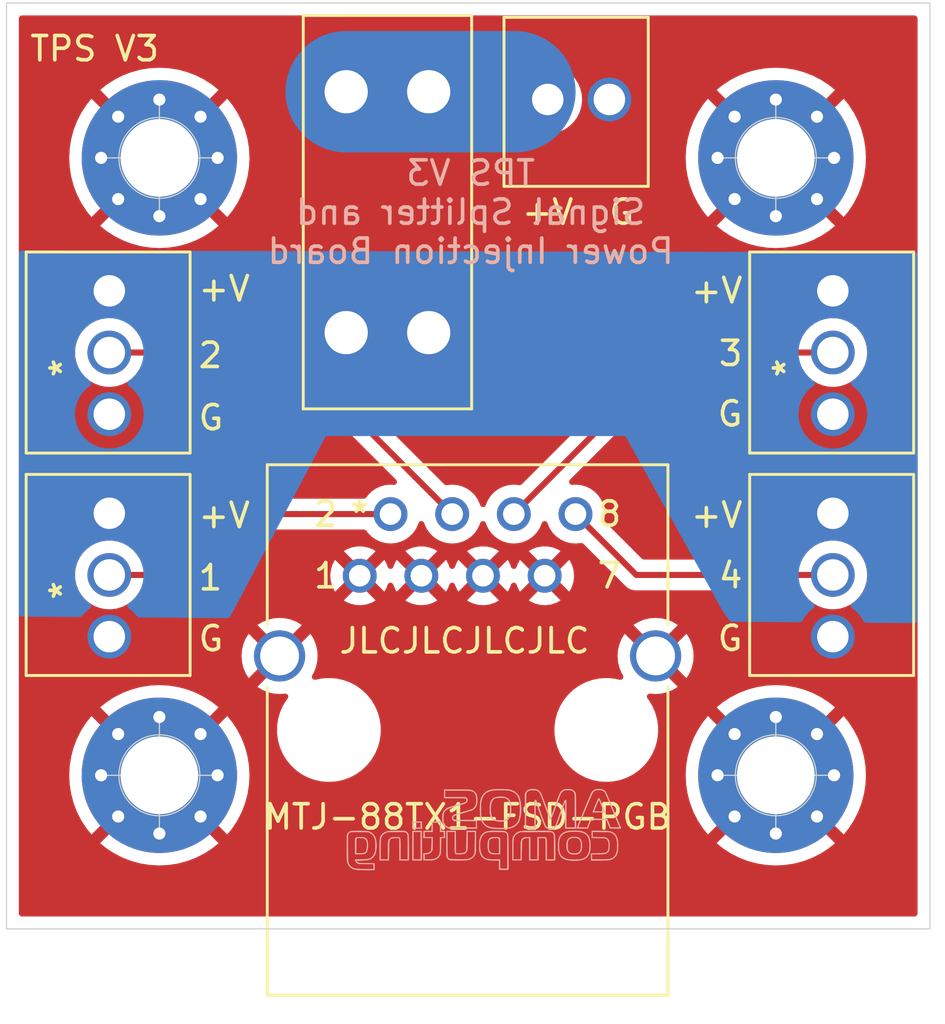
<source format=kicad_pcb>
(kicad_pcb (version 20211014) (generator pcbnew)
  (title_block (title "TPP SSPI V3") (date "2022-01-15") (rev "3") (company "AMOS COMPUTING"))
  (layers (0 "F.Cu" mixed) (31 "B.Cu" power) (34 "B.Paste" user) (35 "F.Paste" user) (36 "B.SilkS" user "B.Silkscreen") (37 "F.SilkS" user "F.Silkscreen") (38 "B.Mask" user) (39 "F.Mask" user) (44 "Edge.Cuts" user))
  (net 0 "")
  (net 1 "+VDC")
  (net 2 "LINE2")
  (net 3 "GND")
  (net 4 "LINE1")
  (net 5 "LINE4")
  (net 6 "LINE3")
  (net 7 "Net-(J1-Pad2)")
  (footprint "TerminalBlock:TerminalBlock_OST_03A150-3_P2.54mm" (layer "F.Cu") (at 48.686597 56.732924 90)
    (fp_text reference "J2" hide)
    (fp_text value "Conn_01x03_Female" hide)
    (fp_text user "*" (at 1.905 -1.905 90) (layer "F.SilkS"))
    (pad "1" thru_hole circle (at 0 0 90) (size 1.8034 1.8034) (drill 1.2954) (layers *.Cu *.Mask) (net 3 "GND"))
    (pad "2" thru_hole circle (at 2.54 0 90) (size 1.8034 1.8034) (drill 1.2954) (layers *.Cu *.Mask) (net 2 "LINE2"))
    (pad "3" thru_hole circle (at 5.08 0 90) (size 1.8034 1.8034) (drill 1.2954) (layers *.Cu *.Mask) (net 1 "+VDC"))
  )
  (footprint "TerminalBlock:TerminalBlock_OST_03A150-3_P2.54mm" (layer "F.Cu") (at 78.49908 56.732924 90)
    (fp_text reference "J5" hide)
    (fp_text value "Conn_01x03_Female" hide)
    (fp_text user "*" (at 1.905 -1.905 90) (layer "F.SilkS"))
    (pad "1" thru_hole circle (at 0 0 90) (size 1.8034 1.8034) (drill 1.2954) (layers *.Cu *.Mask) (net 3 "GND"))
    (pad "2" thru_hole circle (at 2.54 0 90) (size 1.8034 1.8034) (drill 1.2954) (layers *.Cu *.Mask) (net 6 "LINE3"))
    (pad "3" thru_hole circle (at 5.08 0 90) (size 1.8034 1.8034) (drill 1.2954) (layers *.Cu *.Mask) (net 1 "+VDC"))
  )
  (footprint "Connector_RJ:RJ45_AdamTech_MTJ-88TX1-FSD-PGB" (layer "F.Cu") (at 59.0042 60.8459)
    (fp_text reference "J6")
    (fp_text value "MTJ-88TX1-FSD-PGB" (at 4.445 12.4714) (layer "F.SilkS"))
    (fp_text user "2" (at -1.397 0) (layer "F.SilkS"))
    (fp_text user "7" (at 10.287 2.54) (layer "F.SilkS"))
    (fp_text user "8" (at 10.287 0) (layer "F.SilkS"))
    (fp_text user "1" (at -1.397 2.54) (layer "F.SilkS"))
    (fp_text user "*" (at 0 0) (layer "F.SilkS"))
    (pad "" np_thru_hole circle (at -1.27 8.89) (size 3.2512 3.2512) (drill 3.2512) (layers *.Cu *.Mask))
    (pad "" np_thru_hole circle (at 10.16 8.89) (size 3.2512 3.2512) (drill 3.2512) (layers *.Cu *.Mask))
    (pad "1" thru_hole circle (at 0 2.54) (size 1.397 1.397) (drill 0.889) (layers *.Cu *.Mask) (net 3 "GND"))
    (pad "2" thru_hole circle (at 1.27 0) (size 1.397 1.397) (drill 0.889) (layers *.Cu *.Mask) (net 4 "LINE1"))
    (pad "3" thru_hole circle (at 2.54 2.54) (size 1.397 1.397) (drill 0.889) (layers *.Cu *.Mask) (net 3 "GND"))
    (pad "4" thru_hole circle (at 3.81 0) (size 1.397 1.397) (drill 0.889) (layers *.Cu *.Mask) (net 2 "LINE2"))
    (pad "5" thru_hole circle (at 5.08 2.54) (size 1.397 1.397) (drill 0.889) (layers *.Cu *.Mask) (net 3 "GND"))
    (pad "6" thru_hole circle (at 6.35 0) (size 1.397 1.397) (drill 0.889) (layers *.Cu *.Mask) (net 6 "LINE3"))
    (pad "7" thru_hole circle (at 7.62 2.54) (size 1.397 1.397) (drill 0.889) (layers *.Cu *.Mask) (net 3 "GND"))
    (pad "8" thru_hole circle (at 8.89 0) (size 1.397 1.397) (drill 0.889) (layers *.Cu *.Mask) (net 5 "LINE4"))
    (pad "12" thru_hole circle (at 12.192 5.842) (size 2.1082 2.1082) (drill 1.6002) (layers *.Cu *.Mask) (net 3 "GND"))
    (pad "13" thru_hole circle (at -3.302 5.842) (size 2.1082 2.1082) (drill 1.6002) (layers *.Cu *.Mask) (net 3 "GND"))
  )
  (footprint "MountingHole:MountingHole_3.2mm_M3_Pad_Via" (layer "F.Cu") (at 50.7492 46.1772)
    (fp_text reference "H1")
    (fp_text value "MountingHole_3.2mm" hide)
    (pad "1" thru_hole circle locked (at 0 0) (size 6.4 6.4) (drill 3.2) (layers *.Cu *.Mask) (net 3 "GND"))
    (pad "1" thru_hole circle locked (at 2.4 0) (size 0.8 0.8) (drill 0.5) (layers *.Cu *.Mask) (net 3 "GND"))
    (pad "1" thru_hole circle locked (at 0 -2.4) (size 0.8 0.8) (drill 0.5) (layers *.Cu *.Mask) (net 3 "GND"))
    (pad "1" thru_hole circle locked (at 1.697056 -1.697056) (size 0.8 0.8) (drill 0.5) (layers *.Cu *.Mask) (net 3 "GND"))
    (pad "1" thru_hole circle locked (at -1.697056 -1.697056) (size 0.8 0.8) (drill 0.5) (layers *.Cu *.Mask) (net 3 "GND"))
    (pad "1" thru_hole circle locked (at 1.697056 1.697056) (size 0.8 0.8) (drill 0.5) (layers *.Cu *.Mask) (net 3 "GND"))
    (pad "1" thru_hole circle locked (at -2.4 0) (size 0.8 0.8) (drill 0.5) (layers *.Cu *.Mask) (net 3 "GND"))
    (pad "1" thru_hole circle locked (at -1.697056 1.697056) (size 0.8 0.8) (drill 0.5) (layers *.Cu *.Mask) (net 3 "GND"))
    (pad "1" thru_hole circle locked (at 0 2.4) (size 0.8 0.8) (drill 0.5) (layers *.Cu *.Mask) (net 3 "GND"))
  )
  (footprint "MountingHole:MountingHole_3.2mm_M3_Pad_Via" (layer "F.Cu") (at 76.1492 46.1772)
    (fp_text reference "H3")
    (fp_text value "MountingHole_3.2mm" hide)
    (pad "1" thru_hole circle locked (at -2.4 0) (size 0.8 0.8) (drill 0.5) (layers *.Cu *.Mask) (net 3 "GND"))
    (pad "1" thru_hole circle locked (at -1.697056 -1.697056) (size 0.8 0.8) (drill 0.5) (layers *.Cu *.Mask) (net 3 "GND"))
    (pad "1" thru_hole circle locked (at 2.4 0) (size 0.8 0.8) (drill 0.5) (layers *.Cu *.Mask) (net 3 "GND"))
    (pad "1" thru_hole circle locked (at 0 0) (size 6.4 6.4) (drill 3.2) (layers *.Cu *.Mask) (net 3 "GND"))
    (pad "1" thru_hole circle locked (at -1.697056 1.697056) (size 0.8 0.8) (drill 0.5) (layers *.Cu *.Mask) (net 3 "GND"))
    (pad "1" thru_hole circle locked (at 0 -2.4) (size 0.8 0.8) (drill 0.5) (layers *.Cu *.Mask) (net 3 "GND"))
    (pad "1" thru_hole circle locked (at 0 2.4) (size 0.8 0.8) (drill 0.5) (layers *.Cu *.Mask) (net 3 "GND"))
    (pad "1" thru_hole circle locked (at 1.697056 1.697056) (size 0.8 0.8) (drill 0.5) (layers *.Cu *.Mask) (net 3 "GND"))
    (pad "1" thru_hole circle locked (at 1.697056 -1.697056) (size 0.8 0.8) (drill 0.5) (layers *.Cu *.Mask) (net 3 "GND"))
  )
  (footprint "MountingHole:MountingHole_3.2mm_M3_Pad_Via" (layer "F.Cu") (at 76.1492 71.6026)
    (fp_text reference "H4")
    (fp_text value "MountingHole_3.2mm" hide)
    (pad "1" thru_hole circle locked (at 1.697056 -1.697056) (size 0.8 0.8) (drill 0.5) (layers *.Cu *.Mask) (net 3 "GND"))
    (pad "1" thru_hole circle locked (at 0 2.4) (size 0.8 0.8) (drill 0.5) (layers *.Cu *.Mask) (net 3 "GND"))
    (pad "1" thru_hole circle locked (at 1.697056 1.697056) (size 0.8 0.8) (drill 0.5) (layers *.Cu *.Mask) (net 3 "GND"))
    (pad "1" thru_hole circle locked (at -2.4 0) (size 0.8 0.8) (drill 0.5) (layers *.Cu *.Mask) (net 3 "GND"))
    (pad "1" thru_hole circle locked (at 0 -2.4) (size 0.8 0.8) (drill 0.5) (layers *.Cu *.Mask) (net 3 "GND"))
    (pad "1" thru_hole circle locked (at -1.697056 -1.697056) (size 0.8 0.8) (drill 0.5) (layers *.Cu *.Mask) (net 3 "GND"))
    (pad "1" thru_hole circle locked (at 2.4 0) (size 0.8 0.8) (drill 0.5) (layers *.Cu *.Mask) (net 3 "GND"))
    (pad "1" thru_hole circle locked (at -1.697056 1.697056) (size 0.8 0.8) (drill 0.5) (layers *.Cu *.Mask) (net 3 "GND"))
    (pad "1" thru_hole circle locked (at 0 0) (size 6.4 6.4) (drill 3.2) (layers *.Cu *.Mask) (net 3 "GND"))
  )
  (footprint "MountingHole:MountingHole_3.2mm_M3_Pad_Via" (layer "F.Cu") (at 50.7492 71.6026)
    (fp_text reference "H2")
    (fp_text value "MountingHole_3.2mm" hide)
    (pad "1" thru_hole circle locked (at 0 2.4) (size 0.8 0.8) (drill 0.5) (layers *.Cu *.Mask) (net 3 "GND"))
    (pad "1" thru_hole circle locked (at -1.697056 1.697056) (size 0.8 0.8) (drill 0.5) (layers *.Cu *.Mask) (net 3 "GND"))
    (pad "1" thru_hole circle locked (at 1.697056 -1.697056) (size 0.8 0.8) (drill 0.5) (layers *.Cu *.Mask) (net 3 "GND"))
    (pad "1" thru_hole circle locked (at 2.4 0) (size 0.8 0.8) (drill 0.5) (layers *.Cu *.Mask) (net 3 "GND"))
    (pad "1" thru_hole circle locked (at 0 0) (size 6.4 6.4) (drill 3.2) (layers *.Cu *.Mask) (net 3 "GND"))
    (pad "1" thru_hole circle locked (at -1.697056 -1.697056) (size 0.8 0.8) (drill 0.5) (layers *.Cu *.Mask) (net 3 "GND"))
    (pad "1" thru_hole circle locked (at 1.697056 1.697056) (size 0.8 0.8) (drill 0.5) (layers *.Cu *.Mask) (net 3 "GND"))
    (pad "1" thru_hole circle locked (at 0 -2.4) (size 0.8 0.8) (drill 0.5) (layers *.Cu *.Mask) (net 3 "GND"))
    (pad "1" thru_hole circle locked (at -2.4 0) (size 0.8 0.8) (drill 0.5) (layers *.Cu *.Mask) (net 3 "GND"))
  )
  (footprint "TerminalBlock:TerminalBlock_OST_03A150-3_P2.54mm" (layer "F.Cu") (at 48.686597 65.892532 90)
    (fp_text reference "J3" hide)
    (fp_text value "Conn_01x03_Female" hide)
    (fp_text user "*" (at 1.905 -1.905 90) (layer "F.SilkS"))
    (pad "1" thru_hole circle (at 0 0 90) (size 1.8034 1.8034) (drill 1.2954) (layers *.Cu *.Mask) (net 3 "GND"))
    (pad "2" thru_hole circle (at 2.54 0 90) (size 1.8034 1.8034) (drill 1.2954) (layers *.Cu *.Mask) (net 4 "LINE1"))
    (pad "3" thru_hole circle (at 5.08 0 90) (size 1.8034 1.8034) (drill 1.2954) (layers *.Cu *.Mask) (net 1 "+VDC"))
  )
  (footprint "TerminalBlock:TerminalBlock_OST_02A150-2_P2.54mm" (layer "F.Cu") (at 69.2912 43.771261 180)
    (fp_text reference "J1" hide)
    (fp_text value "Conn_01x02_Female" hide)
    (pad "1" thru_hole circle (at 0 0 180) (size 1.8034 1.8034) (drill 1.2954) (layers *.Cu *.Mask) (net 3 "GND"))
    (pad "2" thru_hole circle (at 2.54 0 180) (size 1.8034 1.8034) (drill 1.2954) (layers *.Cu *.Mask) (net 7 "Net-(J1-Pad2)"))
  )
  (footprint "TerminalBlock:TerminalBlock_OST_03A150-3_P2.54mm" (layer "F.Cu") (at 78.49908 65.892532 90)
    (fp_text reference "J4" hide)
    (fp_text value "Conn_01x03_Female" hide)
    (pad "1" thru_hole circle (at 0 0 90) (size 1.8034 1.8034) (drill 1.2954) (layers *.Cu *.Mask) (net 3 "GND"))
    (pad "2" thru_hole circle (at 2.54 0 90) (size 1.8034 1.8034) (drill 1.2954) (layers *.Cu *.Mask) (net 5 "LINE4"))
    (pad "3" thru_hole circle (at 5.08 0 90) (size 1.8034 1.8034) (drill 1.2954) (layers *.Cu *.Mask) (net 1 "+VDC"))
  )
  (footprint "Fuse:Fuseholder_Blade_Mini_Keystone_3568" (layer "F.Cu") (at 58.4472 53.3724 90)
    (fp_text reference "F1" hide)
    (fp_text value "10A Fuse" hide)
    (pad "1" thru_hole circle (at 0 0 90) (size 2.78 2.78) (drill 1.78) (layers *.Cu *.Mask) (net 1 "+VDC"))
    (pad "1" thru_hole circle (at 0 3.4 90) (size 2.78 2.78) (drill 1.78) (layers *.Cu *.Mask) (net 1 "+VDC"))
    (pad "2" thru_hole circle (at 9.92 3.4 90) (size 2.78 2.78) (drill 1.78) (layers *.Cu *.Mask) (net 7 "Net-(J1-Pad2)"))
    (pad "2" thru_hole circle (at 9.92 0 90) (size 2.78 2.78) (drill 1.78) (layers *.Cu *.Mask) (net 7 "Net-(J1-Pad2)"))
  )
  (footprint "Logos:AC_Logo" (layer "B.Cu") (at 64.0842 73.8124 180)
    (fp_text reference "G***" hide)
    (fp_text value "LOGO" hide)
  )
  (gr_line (start 82.4992 77.9272) (end 82.4992 39.8018) (layer "Edge.Cuts") (width 0.05))
  (gr_line (start 82.4992 39.8018) (end 44.45 39.8018) (layer "Edge.Cuts") (width 0.05))
  (gr_line (start 44.45 77.9272) (end 82.4992 77.9272) (layer "Edge.Cuts") (width 0.05))
  (gr_line (start 44.45 39.8018) (end 44.45 77.9272) (layer "Edge.Cuts") (width 0.05))
  (gr_text "TPS V3\nSignal Splitter and\nPower Injection Board" (at 63.5762 48.4124) (layer "B.SilkS") (effects (font (size 1 1)) (justify mirror)))
  (gr_text "+V" (at 73.716678 51.643361) (layer "F.SilkS") (effects (font (size 1 1))))
  (gr_text "G" (at 52.874176 65.977898) (layer "F.SilkS") (effects (font (size 1 1))))
  (gr_text "TPS V3" (at 48.0822 41.6814) (layer "F.SilkS") (effects (font (size 1 1))))
  (gr_text "3" (at 74.288106 54.23009) (layer "F.SilkS") (effects (font (size 1 1))))
  (gr_text "4" (at 74.288106 63.379443) (layer "F.SilkS") (effects (font (size 1 1))))
  (gr_text "G" (at 74.264297 65.966172) (layer "F.SilkS") (effects (font (size 1 1))))
  (gr_text "2" (at 52.850366 54.309607) (layer "F.SilkS") (effects (font (size 1 1))))
  (gr_text "G" (at 74.264297 56.721013) (layer "F.SilkS") (effects (font (size 1 1))))
  (gr_text "+V" (at 73.716678 60.88852) (layer "F.SilkS") (effects (font (size 1 1))))
  (gr_text "1" (at 52.850366 63.469216) (layer "F.SilkS") (effects (font (size 1 1))))
  (gr_text "+V" (at 66.7512 48.4124) (layer "F.SilkS") (effects (font (size 1 1))))
  (gr_text "JLCJLCJLCJLC" (at 63.3222 66.0654) (layer "F.SilkS") (effects (font (size 1 1))))
  (gr_text "+V" (at 53.421795 60.902192) (layer "F.SilkS") (effects (font (size 1 1))))
  (gr_text "G" (at 52.874176 56.876631) (layer "F.SilkS") (effects (font (size 1 1))))
  (gr_text "G" (at 69.7992 48.4124) (layer "F.SilkS") (effects (font (size 1 1))))
  (gr_text "+V" (at 53.421795 51.567559) (layer "F.SilkS") (effects (font (size 1 1))))
  (target plus (at 76.1492 71.6026) (size 5) (width 0.05) (layer "Edge.Cuts"))
  (target plus (at 76.1492 46.1772) (size 5) (width 0.05) (layer "Edge.Cuts"))
  (target plus (at 50.7492 46.1772) (size 5) (width 0.05) (layer "Edge.Cuts"))
  (target plus (at 50.7492 71.6026) (size 5) (width 0.05) (layer "Edge.Cuts"))
  (segment (start 62.8142 60.8459) (end 56.161224 54.192924) (width 0.25) (layer "F.Cu") (net 2))
  (segment (start 56.161224 54.192924) (end 48.686597 54.192924) (width 0.25) (layer "F.Cu") (net 2))
  (segment (start 60.014604 60.8459) (end 60.2742 60.8459) (width 0.25) (layer "F.Cu") (net 4))
  (segment (start 51.049068 63.352532) (end 48.686597 63.352532) (width 0.25) (layer "F.Cu") (net 4))
  (segment (start 60.2742 60.8459) (end 53.5557 60.8459) (width 0.25) (layer "F.Cu") (net 4))
  (segment (start 53.5557 60.8459) (end 51.049068 63.352532) (width 0.25) (layer "F.Cu") (net 4))
  (segment (start 78.49908 63.352532) (end 70.400832 63.352532) (width 0.25) (layer "F.Cu") (net 5))
  (segment (start 70.400832 63.352532) (end 67.8942 60.8459) (width 0.25) (layer "F.Cu") (net 5))
  (segment (start 65.3542 60.8459) (end 72.007176 54.192924) (width 0.25) (layer "F.Cu") (net 6))
  (segment (start 72.007176 54.192924) (end 78.49908 54.192924) (width 0.25) (layer "F.Cu") (net 6))
  (segment (start 58.4472 43.4524) (end 65.3992 43.4524) (width 5) (layer "B.Cu") (net 7))
  (zone (net 3) (net_name "GND") (layer "F.Cu") (connect_pads (clearance 0.508)) (min_thickness 0.254) (fill yes (thermal_gap 0.508) (thermal_bridge_width 0.508))
    (polygon (pts (xy 44.6786 39.8526) (xy 82.423 39.8526) (xy 82.55 77.978) (xy 44.3738 77.978) (xy 44.3738 39.6748)))
  )
  (zone (net 1) (net_name "+VDC") (layer "B.Cu") (connect_pads (clearance 0.508)) (min_thickness 0.254) (fill yes (thermal_gap 0.508) (thermal_bridge_width 0.508))
    (polygon (pts (xy 82.6024 65.340612) (xy 44.1824 65.062328) (xy 44.5008 39.8272) (xy 82.3468 39.9288)))
  )
  (zone (net 0) (net_name "") (layer "B.Cu") (connect_pads (clearance 0)) (min_thickness 0.254)
    (keepout (tracks allowed) (vias not_allowed) (pads allowed) (copperpour not_allowed) (footprints allowed))
    (fill (thermal_gap 0.508) (thermal_bridge_width 0.508))
    (polygon (pts (xy 73.9648 64.8462) (xy 74.5236 65.6336) (xy 53.4924 65.405) (xy 57.6072 57.6326) (xy 69.9516 57.6326)))
  )
  (zone (net 0) (net_name "") (layer "B.Cu") (connect_pads (clearance 0)) (min_thickness 0.254)
    (keepout (tracks allowed) (vias not_allowed) (pads allowed) (copperpour not_allowed) (footprints allowed))
    (fill (thermal_gap 0.508) (thermal_bridge_width 0.508))
    (polygon (pts (xy 82.834632 39.950163) (xy 83.1342 50.0634) (xy 45.078967 49.992339) (xy 44.9072 40.1066)))
  )
)
</source>
